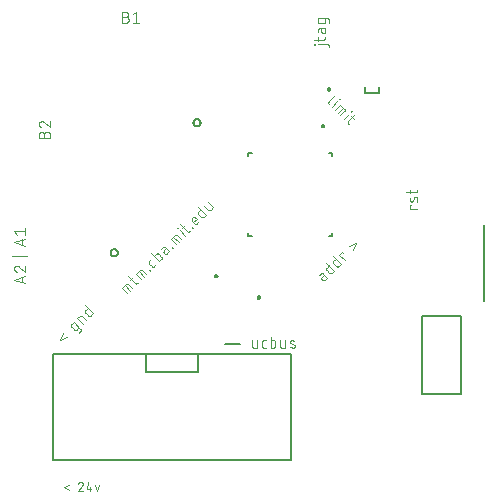
<source format=gbr>
G04 EAGLE Gerber RS-274X export*
G75*
%MOMM*%
%FSLAX34Y34*%
%LPD*%
%INSilkscreen Top*%
%IPPOS*%
%AMOC8*
5,1,8,0,0,1.08239X$1,22.5*%
G01*
%ADD10C,0.076200*%
%ADD11C,0.203200*%
%ADD12C,0.127000*%
%ADD13C,0.200000*%
%ADD14C,0.152400*%


D10*
X283341Y344304D02*
X277803Y338766D01*
X277804Y338766D02*
X277751Y338711D01*
X277700Y338652D01*
X277653Y338592D01*
X277609Y338529D01*
X277568Y338464D01*
X277530Y338397D01*
X277495Y338329D01*
X277464Y338258D01*
X277437Y338187D01*
X277412Y338114D01*
X277392Y338040D01*
X277375Y337965D01*
X277362Y337889D01*
X277353Y337813D01*
X277347Y337736D01*
X277345Y337659D01*
X277347Y337582D01*
X277353Y337506D01*
X277362Y337429D01*
X277375Y337354D01*
X277392Y337279D01*
X277412Y337204D01*
X277437Y337131D01*
X277464Y337060D01*
X277495Y336989D01*
X277530Y336921D01*
X277568Y336854D01*
X277609Y336789D01*
X277653Y336726D01*
X277700Y336666D01*
X277751Y336607D01*
X277804Y336552D01*
X280024Y334331D02*
X284454Y338761D01*
X286115Y340792D02*
X286484Y341161D01*
X286854Y340792D01*
X286484Y340422D01*
X286115Y340792D01*
X287411Y335804D02*
X282981Y331373D01*
X287411Y335804D02*
X290734Y332481D01*
X290733Y332480D02*
X290786Y332425D01*
X290837Y332366D01*
X290884Y332306D01*
X290928Y332243D01*
X290969Y332178D01*
X291007Y332111D01*
X291042Y332043D01*
X291073Y331972D01*
X291100Y331901D01*
X291125Y331828D01*
X291145Y331754D01*
X291162Y331679D01*
X291175Y331603D01*
X291184Y331527D01*
X291190Y331450D01*
X291192Y331373D01*
X291190Y331296D01*
X291184Y331220D01*
X291175Y331143D01*
X291162Y331068D01*
X291145Y330993D01*
X291125Y330918D01*
X291100Y330845D01*
X291073Y330774D01*
X291042Y330703D01*
X291007Y330635D01*
X290969Y330568D01*
X290928Y330503D01*
X290884Y330440D01*
X290837Y330380D01*
X290786Y330321D01*
X290733Y330266D01*
X290734Y330266D02*
X287411Y326943D01*
X285196Y329158D02*
X289626Y333588D01*
X294799Y328416D02*
X290369Y323986D01*
X296460Y330446D02*
X296830Y330816D01*
X297199Y330446D01*
X296830Y330077D01*
X296460Y330446D01*
X296874Y326341D02*
X299089Y324126D01*
X299827Y327818D02*
X294289Y322280D01*
X294290Y322279D02*
X294237Y322224D01*
X294186Y322165D01*
X294139Y322105D01*
X294095Y322042D01*
X294054Y321977D01*
X294016Y321910D01*
X293981Y321842D01*
X293950Y321771D01*
X293923Y321700D01*
X293898Y321627D01*
X293878Y321553D01*
X293861Y321478D01*
X293848Y321402D01*
X293839Y321326D01*
X293833Y321249D01*
X293831Y321172D01*
X293833Y321095D01*
X293839Y321019D01*
X293848Y320942D01*
X293861Y320867D01*
X293878Y320792D01*
X293898Y320717D01*
X293923Y320644D01*
X293950Y320573D01*
X293981Y320502D01*
X294016Y320434D01*
X294054Y320367D01*
X294095Y320302D01*
X294139Y320239D01*
X294186Y320179D01*
X294237Y320120D01*
X294290Y320065D01*
X294289Y320065D02*
X294659Y319696D01*
X20699Y184707D02*
X11301Y187840D01*
X20699Y190972D01*
X18350Y190189D02*
X18350Y185490D01*
X11301Y197245D02*
X11303Y197340D01*
X11309Y197434D01*
X11318Y197528D01*
X11331Y197622D01*
X11348Y197715D01*
X11369Y197807D01*
X11394Y197899D01*
X11422Y197989D01*
X11454Y198078D01*
X11489Y198166D01*
X11528Y198252D01*
X11570Y198337D01*
X11616Y198420D01*
X11665Y198501D01*
X11717Y198580D01*
X11772Y198657D01*
X11831Y198731D01*
X11892Y198803D01*
X11956Y198873D01*
X12023Y198940D01*
X12093Y199004D01*
X12165Y199065D01*
X12239Y199124D01*
X12316Y199179D01*
X12395Y199231D01*
X12476Y199280D01*
X12559Y199326D01*
X12644Y199368D01*
X12730Y199407D01*
X12818Y199442D01*
X12907Y199474D01*
X12997Y199502D01*
X13089Y199527D01*
X13181Y199548D01*
X13274Y199565D01*
X13368Y199578D01*
X13462Y199587D01*
X13556Y199593D01*
X13651Y199595D01*
X11301Y197245D02*
X11303Y197137D01*
X11309Y197028D01*
X11319Y196920D01*
X11332Y196813D01*
X11350Y196706D01*
X11371Y196599D01*
X11396Y196494D01*
X11425Y196389D01*
X11457Y196286D01*
X11494Y196184D01*
X11534Y196083D01*
X11577Y195984D01*
X11624Y195886D01*
X11675Y195790D01*
X11729Y195696D01*
X11786Y195604D01*
X11847Y195514D01*
X11911Y195426D01*
X11977Y195341D01*
X12047Y195258D01*
X12120Y195178D01*
X12196Y195100D01*
X12274Y195025D01*
X12355Y194953D01*
X12439Y194884D01*
X12525Y194818D01*
X12613Y194755D01*
X12704Y194696D01*
X12796Y194639D01*
X12891Y194586D01*
X12988Y194537D01*
X13086Y194491D01*
X13185Y194448D01*
X13287Y194409D01*
X13389Y194374D01*
X15479Y198812D02*
X15410Y198881D01*
X15339Y198947D01*
X15266Y199011D01*
X15190Y199072D01*
X15111Y199130D01*
X15031Y199184D01*
X14948Y199236D01*
X14864Y199284D01*
X14778Y199330D01*
X14690Y199371D01*
X14600Y199410D01*
X14509Y199445D01*
X14417Y199476D01*
X14324Y199504D01*
X14230Y199528D01*
X14135Y199548D01*
X14039Y199565D01*
X13942Y199578D01*
X13845Y199587D01*
X13748Y199593D01*
X13651Y199595D01*
X15478Y198811D02*
X20699Y194373D01*
X20699Y199594D01*
X22265Y208261D02*
X9735Y208261D01*
X11301Y219539D02*
X20699Y216406D01*
X20699Y222671D02*
X11301Y219539D01*
X18350Y221888D02*
X18350Y217189D01*
X13389Y226072D02*
X11301Y228683D01*
X20699Y228683D01*
X20699Y231293D02*
X20699Y226072D01*
X36478Y308036D02*
X36478Y310646D01*
X36477Y310646D02*
X36479Y310747D01*
X36485Y310848D01*
X36495Y310949D01*
X36508Y311049D01*
X36526Y311149D01*
X36547Y311248D01*
X36573Y311346D01*
X36602Y311443D01*
X36634Y311539D01*
X36671Y311633D01*
X36711Y311726D01*
X36755Y311818D01*
X36802Y311907D01*
X36853Y311995D01*
X36907Y312081D01*
X36964Y312164D01*
X37024Y312246D01*
X37088Y312324D01*
X37154Y312401D01*
X37224Y312474D01*
X37296Y312545D01*
X37371Y312613D01*
X37449Y312678D01*
X37529Y312740D01*
X37611Y312799D01*
X37696Y312855D01*
X37783Y312907D01*
X37871Y312956D01*
X37962Y313002D01*
X38054Y313043D01*
X38148Y313082D01*
X38243Y313116D01*
X38339Y313147D01*
X38437Y313174D01*
X38535Y313198D01*
X38635Y313217D01*
X38735Y313233D01*
X38835Y313245D01*
X38936Y313253D01*
X39037Y313257D01*
X39139Y313257D01*
X39240Y313253D01*
X39341Y313245D01*
X39441Y313233D01*
X39541Y313217D01*
X39641Y313198D01*
X39739Y313174D01*
X39837Y313147D01*
X39933Y313116D01*
X40028Y313082D01*
X40122Y313043D01*
X40214Y313002D01*
X40305Y312956D01*
X40394Y312907D01*
X40480Y312855D01*
X40565Y312799D01*
X40647Y312740D01*
X40727Y312678D01*
X40805Y312613D01*
X40880Y312545D01*
X40952Y312474D01*
X41022Y312401D01*
X41088Y312324D01*
X41152Y312246D01*
X41212Y312164D01*
X41269Y312081D01*
X41323Y311995D01*
X41374Y311907D01*
X41421Y311818D01*
X41465Y311726D01*
X41505Y311633D01*
X41542Y311539D01*
X41574Y311443D01*
X41603Y311346D01*
X41629Y311248D01*
X41650Y311149D01*
X41668Y311049D01*
X41681Y310949D01*
X41691Y310848D01*
X41697Y310747D01*
X41699Y310646D01*
X41699Y308036D01*
X32301Y308036D01*
X32301Y310646D01*
X32303Y310736D01*
X32309Y310825D01*
X32318Y310915D01*
X32332Y311004D01*
X32349Y311092D01*
X32370Y311179D01*
X32395Y311266D01*
X32424Y311351D01*
X32456Y311435D01*
X32491Y311517D01*
X32531Y311598D01*
X32573Y311677D01*
X32619Y311754D01*
X32669Y311829D01*
X32721Y311902D01*
X32777Y311973D01*
X32835Y312041D01*
X32897Y312106D01*
X32961Y312169D01*
X33028Y312229D01*
X33097Y312286D01*
X33169Y312340D01*
X33243Y312391D01*
X33319Y312439D01*
X33397Y312483D01*
X33477Y312524D01*
X33559Y312562D01*
X33642Y312596D01*
X33727Y312626D01*
X33813Y312653D01*
X33899Y312676D01*
X33987Y312695D01*
X34076Y312710D01*
X34165Y312722D01*
X34254Y312730D01*
X34344Y312734D01*
X34434Y312734D01*
X34524Y312730D01*
X34613Y312722D01*
X34702Y312710D01*
X34791Y312695D01*
X34879Y312676D01*
X34965Y312653D01*
X35051Y312626D01*
X35136Y312596D01*
X35219Y312562D01*
X35301Y312524D01*
X35381Y312483D01*
X35459Y312439D01*
X35535Y312391D01*
X35609Y312340D01*
X35681Y312286D01*
X35750Y312229D01*
X35817Y312169D01*
X35881Y312106D01*
X35943Y312041D01*
X36001Y311973D01*
X36057Y311902D01*
X36109Y311829D01*
X36159Y311754D01*
X36205Y311677D01*
X36247Y311598D01*
X36287Y311517D01*
X36322Y311435D01*
X36354Y311351D01*
X36383Y311266D01*
X36408Y311179D01*
X36429Y311092D01*
X36446Y311004D01*
X36460Y310915D01*
X36469Y310825D01*
X36475Y310736D01*
X36477Y310646D01*
X32301Y319615D02*
X32303Y319710D01*
X32309Y319804D01*
X32318Y319898D01*
X32331Y319992D01*
X32348Y320085D01*
X32369Y320177D01*
X32394Y320269D01*
X32422Y320359D01*
X32454Y320448D01*
X32489Y320536D01*
X32528Y320622D01*
X32570Y320707D01*
X32616Y320790D01*
X32665Y320871D01*
X32717Y320950D01*
X32772Y321027D01*
X32831Y321101D01*
X32892Y321173D01*
X32956Y321243D01*
X33023Y321310D01*
X33093Y321374D01*
X33165Y321435D01*
X33239Y321494D01*
X33316Y321549D01*
X33395Y321601D01*
X33476Y321650D01*
X33559Y321696D01*
X33644Y321738D01*
X33730Y321777D01*
X33818Y321812D01*
X33907Y321844D01*
X33997Y321872D01*
X34089Y321897D01*
X34181Y321918D01*
X34274Y321935D01*
X34368Y321948D01*
X34462Y321957D01*
X34556Y321963D01*
X34651Y321965D01*
X32301Y319615D02*
X32303Y319507D01*
X32309Y319398D01*
X32319Y319290D01*
X32332Y319183D01*
X32350Y319076D01*
X32371Y318969D01*
X32396Y318864D01*
X32425Y318759D01*
X32457Y318656D01*
X32494Y318554D01*
X32534Y318453D01*
X32577Y318354D01*
X32624Y318256D01*
X32675Y318160D01*
X32729Y318066D01*
X32786Y317974D01*
X32847Y317884D01*
X32911Y317796D01*
X32977Y317711D01*
X33047Y317628D01*
X33120Y317548D01*
X33196Y317470D01*
X33274Y317395D01*
X33355Y317323D01*
X33439Y317254D01*
X33525Y317188D01*
X33613Y317125D01*
X33704Y317066D01*
X33796Y317009D01*
X33891Y316956D01*
X33988Y316907D01*
X34086Y316861D01*
X34185Y316818D01*
X34287Y316779D01*
X34389Y316744D01*
X36479Y321182D02*
X36410Y321251D01*
X36339Y321317D01*
X36266Y321381D01*
X36190Y321442D01*
X36111Y321500D01*
X36031Y321554D01*
X35948Y321606D01*
X35864Y321654D01*
X35778Y321700D01*
X35690Y321741D01*
X35600Y321780D01*
X35509Y321815D01*
X35417Y321846D01*
X35324Y321874D01*
X35230Y321898D01*
X35135Y321918D01*
X35039Y321935D01*
X34942Y321948D01*
X34845Y321957D01*
X34748Y321963D01*
X34651Y321965D01*
X36478Y321181D02*
X41699Y316743D01*
X41699Y321965D01*
X103035Y410522D02*
X105646Y410522D01*
X105646Y410523D02*
X105747Y410521D01*
X105848Y410515D01*
X105949Y410505D01*
X106049Y410492D01*
X106149Y410474D01*
X106248Y410453D01*
X106346Y410427D01*
X106443Y410398D01*
X106539Y410366D01*
X106633Y410329D01*
X106726Y410289D01*
X106818Y410245D01*
X106907Y410198D01*
X106995Y410147D01*
X107081Y410093D01*
X107164Y410036D01*
X107246Y409976D01*
X107324Y409912D01*
X107401Y409846D01*
X107474Y409776D01*
X107545Y409704D01*
X107613Y409629D01*
X107678Y409551D01*
X107740Y409471D01*
X107799Y409389D01*
X107855Y409304D01*
X107907Y409217D01*
X107956Y409129D01*
X108002Y409038D01*
X108043Y408946D01*
X108082Y408852D01*
X108116Y408757D01*
X108147Y408661D01*
X108174Y408563D01*
X108198Y408465D01*
X108217Y408365D01*
X108233Y408265D01*
X108245Y408165D01*
X108253Y408064D01*
X108257Y407963D01*
X108257Y407861D01*
X108253Y407760D01*
X108245Y407659D01*
X108233Y407559D01*
X108217Y407459D01*
X108198Y407359D01*
X108174Y407261D01*
X108147Y407163D01*
X108116Y407067D01*
X108082Y406972D01*
X108043Y406878D01*
X108002Y406786D01*
X107956Y406695D01*
X107907Y406607D01*
X107855Y406520D01*
X107799Y406435D01*
X107740Y406353D01*
X107678Y406273D01*
X107613Y406195D01*
X107545Y406120D01*
X107474Y406048D01*
X107401Y405978D01*
X107324Y405912D01*
X107246Y405848D01*
X107164Y405788D01*
X107081Y405731D01*
X106995Y405677D01*
X106907Y405626D01*
X106818Y405579D01*
X106726Y405535D01*
X106633Y405495D01*
X106539Y405458D01*
X106443Y405426D01*
X106346Y405397D01*
X106248Y405371D01*
X106149Y405350D01*
X106049Y405332D01*
X105949Y405319D01*
X105848Y405309D01*
X105747Y405303D01*
X105646Y405301D01*
X103035Y405301D01*
X103035Y414699D01*
X105646Y414699D01*
X105736Y414697D01*
X105825Y414691D01*
X105915Y414682D01*
X106004Y414668D01*
X106092Y414651D01*
X106179Y414630D01*
X106266Y414605D01*
X106351Y414576D01*
X106435Y414544D01*
X106517Y414509D01*
X106598Y414469D01*
X106677Y414427D01*
X106754Y414381D01*
X106829Y414331D01*
X106902Y414279D01*
X106973Y414223D01*
X107041Y414165D01*
X107106Y414103D01*
X107169Y414039D01*
X107229Y413972D01*
X107286Y413903D01*
X107340Y413831D01*
X107391Y413757D01*
X107439Y413681D01*
X107483Y413603D01*
X107524Y413523D01*
X107562Y413441D01*
X107596Y413358D01*
X107626Y413273D01*
X107653Y413187D01*
X107676Y413101D01*
X107695Y413013D01*
X107710Y412924D01*
X107722Y412835D01*
X107730Y412746D01*
X107734Y412656D01*
X107734Y412566D01*
X107730Y412476D01*
X107722Y412387D01*
X107710Y412298D01*
X107695Y412209D01*
X107676Y412121D01*
X107653Y412035D01*
X107626Y411949D01*
X107596Y411864D01*
X107562Y411781D01*
X107524Y411699D01*
X107483Y411619D01*
X107439Y411541D01*
X107391Y411465D01*
X107340Y411391D01*
X107286Y411319D01*
X107229Y411250D01*
X107169Y411183D01*
X107106Y411119D01*
X107041Y411057D01*
X106973Y410999D01*
X106902Y410943D01*
X106829Y410891D01*
X106754Y410841D01*
X106677Y410795D01*
X106598Y410753D01*
X106517Y410713D01*
X106435Y410678D01*
X106351Y410646D01*
X106266Y410617D01*
X106179Y410592D01*
X106092Y410571D01*
X106004Y410554D01*
X105915Y410540D01*
X105825Y410531D01*
X105736Y410525D01*
X105646Y410523D01*
X111743Y412611D02*
X114354Y414699D01*
X114354Y405301D01*
X111743Y405301D02*
X116965Y405301D01*
X268434Y387040D02*
X276265Y387040D01*
X276342Y387038D01*
X276418Y387032D01*
X276495Y387023D01*
X276571Y387010D01*
X276646Y386993D01*
X276720Y386973D01*
X276793Y386948D01*
X276864Y386921D01*
X276935Y386890D01*
X277003Y386855D01*
X277070Y386817D01*
X277135Y386776D01*
X277198Y386732D01*
X277258Y386685D01*
X277317Y386634D01*
X277372Y386581D01*
X277425Y386526D01*
X277476Y386467D01*
X277523Y386407D01*
X277567Y386344D01*
X277608Y386279D01*
X277646Y386212D01*
X277681Y386144D01*
X277712Y386073D01*
X277739Y386002D01*
X277764Y385929D01*
X277784Y385855D01*
X277801Y385780D01*
X277814Y385704D01*
X277823Y385627D01*
X277829Y385551D01*
X277831Y385474D01*
X277832Y385474D02*
X277832Y384952D01*
X265823Y386779D02*
X265301Y386779D01*
X265301Y387301D01*
X265823Y387301D01*
X265823Y386779D01*
X268434Y390128D02*
X268434Y393260D01*
X265301Y391172D02*
X273133Y391172D01*
X273210Y391174D01*
X273286Y391180D01*
X273363Y391189D01*
X273439Y391202D01*
X273514Y391219D01*
X273588Y391239D01*
X273661Y391264D01*
X273732Y391291D01*
X273803Y391322D01*
X273871Y391357D01*
X273938Y391395D01*
X274003Y391436D01*
X274066Y391480D01*
X274126Y391527D01*
X274185Y391578D01*
X274240Y391631D01*
X274293Y391686D01*
X274344Y391745D01*
X274391Y391805D01*
X274435Y391868D01*
X274476Y391933D01*
X274514Y392000D01*
X274549Y392068D01*
X274580Y392139D01*
X274607Y392210D01*
X274632Y392283D01*
X274652Y392357D01*
X274669Y392432D01*
X274682Y392508D01*
X274691Y392585D01*
X274697Y392661D01*
X274699Y392738D01*
X274699Y393260D01*
X271044Y398469D02*
X271044Y400819D01*
X271045Y398469D02*
X271047Y398385D01*
X271053Y398300D01*
X271063Y398217D01*
X271076Y398133D01*
X271094Y398051D01*
X271115Y397969D01*
X271140Y397888D01*
X271168Y397809D01*
X271201Y397731D01*
X271237Y397655D01*
X271276Y397580D01*
X271319Y397507D01*
X271365Y397436D01*
X271414Y397368D01*
X271466Y397302D01*
X271522Y397238D01*
X271580Y397177D01*
X271641Y397119D01*
X271705Y397063D01*
X271771Y397011D01*
X271839Y396962D01*
X271910Y396916D01*
X271983Y396873D01*
X272058Y396834D01*
X272134Y396798D01*
X272212Y396765D01*
X272291Y396737D01*
X272372Y396712D01*
X272454Y396691D01*
X272536Y396673D01*
X272620Y396660D01*
X272703Y396650D01*
X272788Y396644D01*
X272872Y396642D01*
X272956Y396644D01*
X273041Y396650D01*
X273124Y396660D01*
X273208Y396673D01*
X273290Y396691D01*
X273372Y396712D01*
X273453Y396737D01*
X273532Y396765D01*
X273610Y396798D01*
X273686Y396834D01*
X273761Y396873D01*
X273834Y396916D01*
X273905Y396962D01*
X273973Y397011D01*
X274039Y397063D01*
X274103Y397119D01*
X274164Y397177D01*
X274222Y397238D01*
X274278Y397302D01*
X274330Y397368D01*
X274379Y397436D01*
X274425Y397507D01*
X274468Y397580D01*
X274507Y397655D01*
X274543Y397731D01*
X274576Y397809D01*
X274604Y397888D01*
X274629Y397969D01*
X274650Y398051D01*
X274668Y398133D01*
X274681Y398217D01*
X274691Y398300D01*
X274697Y398385D01*
X274699Y398469D01*
X274699Y400819D01*
X270000Y400819D01*
X270000Y400818D02*
X269923Y400816D01*
X269847Y400810D01*
X269770Y400801D01*
X269694Y400788D01*
X269619Y400771D01*
X269545Y400751D01*
X269472Y400726D01*
X269401Y400699D01*
X269330Y400668D01*
X269262Y400633D01*
X269195Y400595D01*
X269130Y400554D01*
X269067Y400510D01*
X269007Y400463D01*
X268948Y400412D01*
X268893Y400359D01*
X268840Y400304D01*
X268789Y400245D01*
X268742Y400185D01*
X268698Y400122D01*
X268657Y400057D01*
X268619Y399990D01*
X268584Y399922D01*
X268553Y399851D01*
X268526Y399780D01*
X268501Y399707D01*
X268481Y399633D01*
X268464Y399558D01*
X268451Y399482D01*
X268442Y399405D01*
X268436Y399329D01*
X268434Y399252D01*
X268434Y397164D01*
X274699Y406438D02*
X274699Y409048D01*
X274699Y406438D02*
X274697Y406361D01*
X274691Y406285D01*
X274682Y406208D01*
X274669Y406132D01*
X274652Y406057D01*
X274632Y405983D01*
X274607Y405910D01*
X274580Y405839D01*
X274549Y405768D01*
X274514Y405700D01*
X274476Y405633D01*
X274435Y405568D01*
X274391Y405505D01*
X274344Y405445D01*
X274293Y405386D01*
X274240Y405331D01*
X274185Y405278D01*
X274126Y405227D01*
X274066Y405180D01*
X274003Y405136D01*
X273938Y405095D01*
X273871Y405057D01*
X273803Y405022D01*
X273732Y404991D01*
X273661Y404964D01*
X273588Y404939D01*
X273514Y404919D01*
X273439Y404902D01*
X273363Y404889D01*
X273286Y404880D01*
X273210Y404874D01*
X273133Y404872D01*
X273133Y404871D02*
X270000Y404871D01*
X270000Y404872D02*
X269923Y404874D01*
X269847Y404880D01*
X269770Y404889D01*
X269694Y404902D01*
X269619Y404919D01*
X269545Y404939D01*
X269472Y404964D01*
X269401Y404991D01*
X269330Y405022D01*
X269262Y405057D01*
X269195Y405095D01*
X269130Y405136D01*
X269067Y405180D01*
X269007Y405227D01*
X268948Y405278D01*
X268893Y405331D01*
X268840Y405386D01*
X268789Y405445D01*
X268742Y405505D01*
X268698Y405568D01*
X268657Y405633D01*
X268619Y405700D01*
X268584Y405768D01*
X268553Y405839D01*
X268526Y405910D01*
X268501Y405983D01*
X268481Y406057D01*
X268464Y406132D01*
X268451Y406208D01*
X268442Y406285D01*
X268436Y406361D01*
X268434Y406438D01*
X268434Y409048D01*
X276265Y409048D01*
X276342Y409046D01*
X276418Y409040D01*
X276495Y409031D01*
X276571Y409018D01*
X276646Y409001D01*
X276720Y408981D01*
X276793Y408956D01*
X276864Y408929D01*
X276935Y408898D01*
X277003Y408863D01*
X277070Y408825D01*
X277135Y408784D01*
X277198Y408740D01*
X277258Y408693D01*
X277317Y408642D01*
X277372Y408589D01*
X277425Y408534D01*
X277476Y408475D01*
X277523Y408415D01*
X277567Y408352D01*
X277608Y408287D01*
X277646Y408220D01*
X277681Y408152D01*
X277712Y408081D01*
X277739Y408010D01*
X277764Y407937D01*
X277784Y407863D01*
X277801Y407788D01*
X277814Y407712D01*
X277823Y407635D01*
X277829Y407559D01*
X277831Y407482D01*
X277832Y407482D02*
X277832Y405393D01*
X212779Y136566D02*
X212779Y131867D01*
X212781Y131790D01*
X212787Y131714D01*
X212796Y131637D01*
X212809Y131561D01*
X212826Y131486D01*
X212846Y131412D01*
X212871Y131339D01*
X212898Y131268D01*
X212929Y131197D01*
X212964Y131129D01*
X213002Y131062D01*
X213043Y130997D01*
X213087Y130934D01*
X213134Y130874D01*
X213185Y130815D01*
X213238Y130760D01*
X213293Y130707D01*
X213352Y130656D01*
X213412Y130609D01*
X213475Y130565D01*
X213540Y130524D01*
X213607Y130486D01*
X213675Y130451D01*
X213746Y130420D01*
X213817Y130393D01*
X213890Y130368D01*
X213964Y130348D01*
X214039Y130331D01*
X214115Y130318D01*
X214192Y130309D01*
X214268Y130303D01*
X214345Y130301D01*
X216956Y130301D01*
X216956Y136566D01*
X222585Y130301D02*
X224674Y130301D01*
X222585Y130301D02*
X222508Y130303D01*
X222432Y130309D01*
X222355Y130318D01*
X222279Y130331D01*
X222204Y130348D01*
X222130Y130368D01*
X222057Y130393D01*
X221986Y130420D01*
X221915Y130451D01*
X221847Y130486D01*
X221780Y130524D01*
X221715Y130565D01*
X221652Y130609D01*
X221592Y130656D01*
X221533Y130707D01*
X221478Y130760D01*
X221425Y130815D01*
X221374Y130874D01*
X221327Y130934D01*
X221283Y130997D01*
X221242Y131062D01*
X221204Y131129D01*
X221169Y131197D01*
X221138Y131268D01*
X221111Y131339D01*
X221086Y131412D01*
X221066Y131486D01*
X221049Y131561D01*
X221036Y131637D01*
X221027Y131714D01*
X221021Y131790D01*
X221019Y131867D01*
X221019Y135000D01*
X221021Y135077D01*
X221027Y135153D01*
X221036Y135230D01*
X221049Y135306D01*
X221066Y135381D01*
X221086Y135455D01*
X221111Y135528D01*
X221138Y135599D01*
X221169Y135670D01*
X221204Y135738D01*
X221242Y135805D01*
X221283Y135870D01*
X221327Y135933D01*
X221374Y135993D01*
X221425Y136052D01*
X221478Y136107D01*
X221533Y136160D01*
X221592Y136211D01*
X221652Y136258D01*
X221715Y136302D01*
X221780Y136343D01*
X221847Y136381D01*
X221915Y136416D01*
X221986Y136447D01*
X222057Y136474D01*
X222130Y136499D01*
X222204Y136519D01*
X222279Y136536D01*
X222355Y136549D01*
X222432Y136558D01*
X222508Y136564D01*
X222585Y136566D01*
X224674Y136566D01*
X228370Y139699D02*
X228370Y130301D01*
X230980Y130301D01*
X231057Y130303D01*
X231133Y130309D01*
X231210Y130318D01*
X231286Y130331D01*
X231361Y130348D01*
X231435Y130368D01*
X231508Y130393D01*
X231579Y130420D01*
X231650Y130451D01*
X231718Y130486D01*
X231785Y130524D01*
X231850Y130565D01*
X231913Y130609D01*
X231973Y130656D01*
X232032Y130707D01*
X232087Y130760D01*
X232140Y130815D01*
X232191Y130874D01*
X232238Y130934D01*
X232282Y130997D01*
X232323Y131062D01*
X232361Y131129D01*
X232396Y131197D01*
X232427Y131268D01*
X232454Y131339D01*
X232479Y131412D01*
X232499Y131486D01*
X232516Y131561D01*
X232529Y131637D01*
X232538Y131713D01*
X232544Y131790D01*
X232546Y131867D01*
X232546Y135000D01*
X232544Y135077D01*
X232538Y135153D01*
X232529Y135230D01*
X232516Y135306D01*
X232499Y135381D01*
X232479Y135455D01*
X232454Y135528D01*
X232427Y135599D01*
X232396Y135670D01*
X232361Y135738D01*
X232323Y135805D01*
X232282Y135870D01*
X232238Y135933D01*
X232191Y135993D01*
X232140Y136052D01*
X232087Y136107D01*
X232032Y136160D01*
X231973Y136211D01*
X231913Y136258D01*
X231850Y136302D01*
X231785Y136343D01*
X231718Y136381D01*
X231650Y136416D01*
X231579Y136447D01*
X231508Y136474D01*
X231435Y136499D01*
X231361Y136519D01*
X231286Y136536D01*
X231210Y136549D01*
X231133Y136558D01*
X231057Y136564D01*
X230980Y136566D01*
X228370Y136566D01*
X236553Y136566D02*
X236553Y131867D01*
X236554Y131867D02*
X236556Y131790D01*
X236562Y131714D01*
X236571Y131637D01*
X236584Y131561D01*
X236601Y131486D01*
X236621Y131412D01*
X236646Y131339D01*
X236673Y131268D01*
X236704Y131197D01*
X236739Y131129D01*
X236777Y131062D01*
X236818Y130997D01*
X236862Y130934D01*
X236909Y130874D01*
X236960Y130815D01*
X237013Y130760D01*
X237068Y130707D01*
X237127Y130656D01*
X237187Y130609D01*
X237250Y130565D01*
X237315Y130524D01*
X237382Y130486D01*
X237450Y130451D01*
X237521Y130420D01*
X237592Y130393D01*
X237665Y130368D01*
X237739Y130348D01*
X237814Y130331D01*
X237890Y130318D01*
X237967Y130309D01*
X238043Y130303D01*
X238120Y130301D01*
X240730Y130301D01*
X240730Y136566D01*
X245566Y133956D02*
X248177Y132912D01*
X245566Y133956D02*
X245500Y133984D01*
X245435Y134017D01*
X245372Y134052D01*
X245311Y134091D01*
X245252Y134133D01*
X245196Y134178D01*
X245142Y134226D01*
X245091Y134277D01*
X245042Y134330D01*
X244997Y134387D01*
X244954Y134445D01*
X244915Y134505D01*
X244878Y134568D01*
X244846Y134633D01*
X244817Y134699D01*
X244791Y134766D01*
X244769Y134835D01*
X244751Y134905D01*
X244736Y134976D01*
X244725Y135047D01*
X244718Y135119D01*
X244715Y135191D01*
X244716Y135263D01*
X244721Y135336D01*
X244729Y135407D01*
X244741Y135479D01*
X244757Y135549D01*
X244777Y135618D01*
X244801Y135687D01*
X244828Y135754D01*
X244858Y135819D01*
X244892Y135883D01*
X244930Y135945D01*
X244970Y136005D01*
X245014Y136062D01*
X245061Y136117D01*
X245111Y136170D01*
X245163Y136219D01*
X245218Y136266D01*
X245275Y136310D01*
X245335Y136351D01*
X245397Y136388D01*
X245461Y136423D01*
X245526Y136453D01*
X245593Y136481D01*
X245661Y136504D01*
X245731Y136524D01*
X245801Y136540D01*
X245872Y136553D01*
X245944Y136561D01*
X246016Y136566D01*
X246088Y136567D01*
X246089Y136566D02*
X246240Y136562D01*
X246391Y136554D01*
X246542Y136543D01*
X246693Y136527D01*
X246843Y136507D01*
X246993Y136484D01*
X247142Y136457D01*
X247290Y136426D01*
X247438Y136391D01*
X247584Y136353D01*
X247730Y136310D01*
X247874Y136264D01*
X248017Y136215D01*
X248159Y136162D01*
X248299Y136105D01*
X248438Y136044D01*
X248177Y132912D02*
X248243Y132884D01*
X248308Y132851D01*
X248371Y132816D01*
X248432Y132777D01*
X248491Y132735D01*
X248547Y132690D01*
X248601Y132642D01*
X248652Y132591D01*
X248701Y132538D01*
X248746Y132481D01*
X248789Y132423D01*
X248828Y132363D01*
X248865Y132300D01*
X248897Y132235D01*
X248926Y132169D01*
X248952Y132102D01*
X248974Y132033D01*
X248992Y131963D01*
X249007Y131892D01*
X249018Y131821D01*
X249025Y131749D01*
X249028Y131677D01*
X249027Y131605D01*
X249022Y131532D01*
X249014Y131461D01*
X249002Y131389D01*
X248986Y131319D01*
X248966Y131250D01*
X248942Y131181D01*
X248915Y131114D01*
X248885Y131049D01*
X248851Y130985D01*
X248813Y130923D01*
X248773Y130863D01*
X248729Y130806D01*
X248682Y130751D01*
X248632Y130698D01*
X248580Y130649D01*
X248525Y130602D01*
X248468Y130558D01*
X248408Y130517D01*
X248346Y130480D01*
X248282Y130445D01*
X248217Y130415D01*
X248150Y130387D01*
X248082Y130364D01*
X248012Y130344D01*
X247942Y130328D01*
X247871Y130315D01*
X247799Y130307D01*
X247727Y130302D01*
X247655Y130301D01*
X247445Y130306D01*
X247236Y130317D01*
X247027Y130332D01*
X246819Y130352D01*
X246611Y130378D01*
X246404Y130408D01*
X246197Y130443D01*
X245992Y130483D01*
X245787Y130527D01*
X245584Y130577D01*
X245381Y130631D01*
X245180Y130691D01*
X244981Y130754D01*
X244783Y130823D01*
X272021Y190545D02*
X273683Y192206D01*
X272022Y190545D02*
X271964Y190484D01*
X271908Y190420D01*
X271856Y190354D01*
X271807Y190286D01*
X271761Y190215D01*
X271718Y190142D01*
X271679Y190067D01*
X271643Y189991D01*
X271610Y189913D01*
X271582Y189834D01*
X271557Y189753D01*
X271536Y189671D01*
X271518Y189589D01*
X271505Y189505D01*
X271495Y189422D01*
X271489Y189337D01*
X271487Y189253D01*
X271489Y189169D01*
X271495Y189084D01*
X271505Y189001D01*
X271518Y188917D01*
X271536Y188835D01*
X271557Y188753D01*
X271582Y188672D01*
X271610Y188593D01*
X271643Y188515D01*
X271679Y188439D01*
X271718Y188364D01*
X271761Y188291D01*
X271807Y188221D01*
X271856Y188152D01*
X271908Y188086D01*
X271964Y188022D01*
X272022Y187961D01*
X272083Y187903D01*
X272147Y187847D01*
X272213Y187795D01*
X272281Y187746D01*
X272352Y187700D01*
X272425Y187657D01*
X272500Y187618D01*
X272576Y187582D01*
X272654Y187549D01*
X272733Y187521D01*
X272814Y187496D01*
X272896Y187475D01*
X272978Y187457D01*
X273062Y187444D01*
X273145Y187434D01*
X273230Y187428D01*
X273314Y187426D01*
X273398Y187428D01*
X273483Y187434D01*
X273566Y187444D01*
X273650Y187457D01*
X273732Y187475D01*
X273814Y187496D01*
X273895Y187521D01*
X273974Y187549D01*
X274052Y187582D01*
X274128Y187618D01*
X274203Y187657D01*
X274276Y187700D01*
X274346Y187746D01*
X274415Y187795D01*
X274481Y187847D01*
X274545Y187903D01*
X274606Y187961D01*
X274606Y187960D02*
X276267Y189622D01*
X272944Y192944D01*
X272889Y192997D01*
X272830Y193048D01*
X272770Y193095D01*
X272707Y193139D01*
X272642Y193180D01*
X272575Y193218D01*
X272507Y193253D01*
X272436Y193284D01*
X272365Y193311D01*
X272292Y193336D01*
X272218Y193356D01*
X272143Y193373D01*
X272067Y193386D01*
X271990Y193395D01*
X271914Y193401D01*
X271837Y193403D01*
X271760Y193401D01*
X271683Y193395D01*
X271607Y193386D01*
X271531Y193373D01*
X271456Y193356D01*
X271382Y193336D01*
X271309Y193311D01*
X271238Y193284D01*
X271167Y193253D01*
X271099Y193218D01*
X271032Y193180D01*
X270967Y193139D01*
X270904Y193095D01*
X270844Y193048D01*
X270785Y192997D01*
X270730Y192944D01*
X270729Y192944D02*
X269252Y191468D01*
X275441Y202086D02*
X282086Y195441D01*
X280240Y193595D01*
X280185Y193542D01*
X280126Y193491D01*
X280066Y193444D01*
X280003Y193400D01*
X279938Y193359D01*
X279871Y193321D01*
X279803Y193286D01*
X279732Y193255D01*
X279661Y193228D01*
X279588Y193203D01*
X279514Y193183D01*
X279439Y193166D01*
X279363Y193153D01*
X279287Y193144D01*
X279210Y193138D01*
X279133Y193136D01*
X279056Y193138D01*
X278980Y193144D01*
X278903Y193153D01*
X278828Y193166D01*
X278753Y193183D01*
X278678Y193203D01*
X278605Y193228D01*
X278534Y193255D01*
X278463Y193286D01*
X278395Y193321D01*
X278328Y193359D01*
X278263Y193400D01*
X278200Y193444D01*
X278140Y193491D01*
X278081Y193542D01*
X278026Y193595D01*
X278025Y193595D02*
X275810Y195810D01*
X275811Y195811D02*
X275758Y195866D01*
X275707Y195925D01*
X275660Y195985D01*
X275616Y196048D01*
X275575Y196113D01*
X275537Y196180D01*
X275502Y196248D01*
X275471Y196319D01*
X275444Y196390D01*
X275419Y196463D01*
X275399Y196538D01*
X275382Y196612D01*
X275369Y196688D01*
X275360Y196765D01*
X275354Y196841D01*
X275352Y196918D01*
X275354Y196995D01*
X275360Y197072D01*
X275369Y197148D01*
X275382Y197224D01*
X275399Y197299D01*
X275419Y197373D01*
X275444Y197446D01*
X275471Y197517D01*
X275502Y197588D01*
X275537Y197656D01*
X275575Y197723D01*
X275616Y197788D01*
X275660Y197851D01*
X275707Y197911D01*
X275758Y197970D01*
X275811Y198025D01*
X275810Y198025D02*
X277656Y199871D01*
X281260Y207905D02*
X287905Y201260D01*
X286059Y199414D01*
X286059Y199415D02*
X286004Y199362D01*
X285945Y199311D01*
X285885Y199264D01*
X285822Y199220D01*
X285757Y199179D01*
X285690Y199141D01*
X285622Y199106D01*
X285551Y199075D01*
X285480Y199048D01*
X285407Y199023D01*
X285333Y199003D01*
X285258Y198986D01*
X285182Y198973D01*
X285106Y198964D01*
X285029Y198958D01*
X284952Y198956D01*
X284875Y198958D01*
X284799Y198964D01*
X284722Y198973D01*
X284647Y198986D01*
X284572Y199003D01*
X284497Y199023D01*
X284424Y199048D01*
X284353Y199075D01*
X284282Y199106D01*
X284214Y199141D01*
X284147Y199179D01*
X284082Y199220D01*
X284019Y199264D01*
X283959Y199311D01*
X283900Y199362D01*
X283845Y199415D01*
X283844Y199414D02*
X281629Y201629D01*
X281630Y201630D02*
X281577Y201685D01*
X281526Y201744D01*
X281479Y201804D01*
X281435Y201867D01*
X281394Y201932D01*
X281356Y201999D01*
X281321Y202067D01*
X281290Y202138D01*
X281263Y202209D01*
X281238Y202282D01*
X281218Y202357D01*
X281201Y202431D01*
X281188Y202507D01*
X281179Y202584D01*
X281173Y202660D01*
X281171Y202737D01*
X281173Y202814D01*
X281179Y202891D01*
X281188Y202967D01*
X281201Y203043D01*
X281218Y203118D01*
X281238Y203192D01*
X281263Y203265D01*
X281290Y203336D01*
X281321Y203407D01*
X281356Y203475D01*
X281394Y203542D01*
X281435Y203607D01*
X281479Y203670D01*
X281526Y203730D01*
X281577Y203789D01*
X281630Y203844D01*
X281629Y203844D02*
X283475Y205690D01*
X286625Y208840D02*
X291055Y204410D01*
X286625Y208840D02*
X288840Y211055D01*
X289578Y210317D01*
X294471Y216686D02*
X300747Y219271D01*
X298163Y212994D01*
X106993Y176347D02*
X102562Y180778D01*
X105885Y184100D01*
X105886Y184100D02*
X105941Y184153D01*
X106000Y184204D01*
X106060Y184251D01*
X106123Y184295D01*
X106188Y184336D01*
X106255Y184374D01*
X106323Y184409D01*
X106394Y184440D01*
X106465Y184467D01*
X106538Y184492D01*
X106613Y184512D01*
X106687Y184529D01*
X106763Y184542D01*
X106840Y184551D01*
X106916Y184557D01*
X106993Y184559D01*
X107070Y184557D01*
X107147Y184551D01*
X107223Y184542D01*
X107299Y184529D01*
X107374Y184512D01*
X107448Y184492D01*
X107521Y184467D01*
X107592Y184440D01*
X107663Y184409D01*
X107731Y184374D01*
X107798Y184336D01*
X107863Y184295D01*
X107926Y184251D01*
X107986Y184204D01*
X108045Y184153D01*
X108100Y184100D01*
X111423Y180778D01*
X109208Y178562D02*
X104778Y182993D01*
X109439Y187654D02*
X111654Y189869D01*
X107962Y190607D02*
X113500Y185069D01*
X113500Y185070D02*
X113555Y185017D01*
X113614Y184966D01*
X113674Y184919D01*
X113737Y184875D01*
X113802Y184834D01*
X113869Y184796D01*
X113937Y184761D01*
X114008Y184730D01*
X114079Y184703D01*
X114152Y184678D01*
X114227Y184658D01*
X114301Y184641D01*
X114377Y184628D01*
X114454Y184619D01*
X114530Y184613D01*
X114607Y184611D01*
X114684Y184613D01*
X114761Y184619D01*
X114837Y184628D01*
X114913Y184641D01*
X114988Y184658D01*
X115062Y184678D01*
X115135Y184703D01*
X115206Y184730D01*
X115277Y184761D01*
X115345Y184796D01*
X115412Y184834D01*
X115477Y184875D01*
X115540Y184919D01*
X115600Y184966D01*
X115659Y185017D01*
X115714Y185070D01*
X115715Y185069D02*
X116084Y185439D01*
X118847Y188201D02*
X114416Y192631D01*
X117739Y195954D01*
X117794Y196007D01*
X117853Y196058D01*
X117913Y196105D01*
X117976Y196149D01*
X118041Y196190D01*
X118108Y196228D01*
X118176Y196263D01*
X118247Y196294D01*
X118318Y196321D01*
X118391Y196346D01*
X118466Y196366D01*
X118540Y196383D01*
X118616Y196396D01*
X118693Y196405D01*
X118769Y196411D01*
X118846Y196413D01*
X118923Y196411D01*
X119000Y196405D01*
X119076Y196396D01*
X119152Y196383D01*
X119227Y196366D01*
X119301Y196346D01*
X119374Y196321D01*
X119445Y196294D01*
X119516Y196263D01*
X119584Y196228D01*
X119651Y196190D01*
X119716Y196149D01*
X119779Y196105D01*
X119839Y196058D01*
X119898Y196007D01*
X119953Y195954D01*
X119954Y195954D02*
X123277Y192631D01*
X121062Y190416D02*
X116631Y194846D01*
X125680Y195773D02*
X126050Y195404D01*
X125680Y195773D02*
X126050Y196143D01*
X126419Y195773D01*
X126050Y195404D01*
X129967Y199322D02*
X131444Y200799D01*
X129967Y199322D02*
X129912Y199269D01*
X129853Y199218D01*
X129793Y199171D01*
X129730Y199127D01*
X129665Y199086D01*
X129598Y199048D01*
X129530Y199013D01*
X129459Y198982D01*
X129388Y198955D01*
X129315Y198930D01*
X129241Y198910D01*
X129166Y198893D01*
X129090Y198880D01*
X129014Y198871D01*
X128937Y198865D01*
X128860Y198863D01*
X128783Y198865D01*
X128707Y198871D01*
X128630Y198880D01*
X128555Y198893D01*
X128480Y198910D01*
X128405Y198930D01*
X128332Y198955D01*
X128261Y198982D01*
X128190Y199013D01*
X128122Y199048D01*
X128055Y199086D01*
X127990Y199127D01*
X127927Y199171D01*
X127867Y199218D01*
X127808Y199269D01*
X127753Y199322D01*
X127752Y199322D02*
X125537Y201537D01*
X125538Y201538D02*
X125485Y201593D01*
X125434Y201652D01*
X125387Y201712D01*
X125343Y201775D01*
X125302Y201840D01*
X125264Y201907D01*
X125229Y201975D01*
X125198Y202046D01*
X125171Y202117D01*
X125146Y202190D01*
X125126Y202265D01*
X125109Y202339D01*
X125096Y202415D01*
X125087Y202492D01*
X125081Y202568D01*
X125079Y202645D01*
X125081Y202722D01*
X125087Y202799D01*
X125096Y202875D01*
X125109Y202951D01*
X125126Y203026D01*
X125146Y203100D01*
X125171Y203173D01*
X125198Y203244D01*
X125229Y203315D01*
X125264Y203383D01*
X125302Y203450D01*
X125343Y203515D01*
X125387Y203578D01*
X125434Y203638D01*
X125485Y203697D01*
X125538Y203752D01*
X125537Y203752D02*
X127014Y205229D01*
X127412Y210057D02*
X134057Y203412D01*
X135903Y205258D01*
X135956Y205313D01*
X136007Y205372D01*
X136054Y205432D01*
X136098Y205495D01*
X136139Y205560D01*
X136177Y205627D01*
X136212Y205695D01*
X136243Y205766D01*
X136270Y205837D01*
X136295Y205910D01*
X136315Y205984D01*
X136332Y206059D01*
X136345Y206135D01*
X136354Y206211D01*
X136360Y206288D01*
X136362Y206365D01*
X136360Y206442D01*
X136354Y206518D01*
X136345Y206595D01*
X136332Y206670D01*
X136315Y206745D01*
X136295Y206820D01*
X136270Y206893D01*
X136243Y206964D01*
X136212Y207035D01*
X136177Y207103D01*
X136139Y207170D01*
X136098Y207235D01*
X136054Y207298D01*
X136007Y207358D01*
X135956Y207417D01*
X135903Y207472D01*
X135903Y207473D02*
X133688Y209688D01*
X133687Y209687D02*
X133632Y209740D01*
X133573Y209791D01*
X133513Y209838D01*
X133450Y209882D01*
X133385Y209923D01*
X133318Y209961D01*
X133250Y209996D01*
X133179Y210027D01*
X133108Y210054D01*
X133035Y210079D01*
X132960Y210099D01*
X132886Y210116D01*
X132810Y210129D01*
X132733Y210138D01*
X132657Y210144D01*
X132580Y210146D01*
X132503Y210144D01*
X132426Y210138D01*
X132350Y210129D01*
X132274Y210116D01*
X132199Y210099D01*
X132125Y210079D01*
X132052Y210054D01*
X131981Y210027D01*
X131910Y209996D01*
X131842Y209961D01*
X131775Y209923D01*
X131710Y209882D01*
X131647Y209838D01*
X131587Y209791D01*
X131528Y209740D01*
X131473Y209687D01*
X131473Y209688D02*
X129627Y207842D01*
X138304Y212827D02*
X139965Y214489D01*
X138304Y212827D02*
X138246Y212766D01*
X138190Y212702D01*
X138138Y212636D01*
X138089Y212568D01*
X138043Y212497D01*
X138000Y212424D01*
X137961Y212349D01*
X137925Y212273D01*
X137892Y212195D01*
X137864Y212116D01*
X137839Y212035D01*
X137818Y211953D01*
X137800Y211871D01*
X137787Y211787D01*
X137777Y211704D01*
X137771Y211619D01*
X137769Y211535D01*
X137771Y211451D01*
X137777Y211366D01*
X137787Y211283D01*
X137800Y211199D01*
X137818Y211117D01*
X137839Y211035D01*
X137864Y210954D01*
X137892Y210875D01*
X137925Y210797D01*
X137961Y210721D01*
X138000Y210646D01*
X138043Y210573D01*
X138089Y210503D01*
X138138Y210434D01*
X138190Y210368D01*
X138246Y210304D01*
X138304Y210243D01*
X138365Y210185D01*
X138429Y210129D01*
X138495Y210077D01*
X138563Y210028D01*
X138634Y209982D01*
X138707Y209939D01*
X138782Y209900D01*
X138858Y209864D01*
X138936Y209831D01*
X139015Y209803D01*
X139096Y209778D01*
X139178Y209757D01*
X139260Y209739D01*
X139344Y209726D01*
X139427Y209716D01*
X139512Y209710D01*
X139596Y209708D01*
X139680Y209710D01*
X139765Y209716D01*
X139848Y209726D01*
X139932Y209739D01*
X140014Y209757D01*
X140096Y209778D01*
X140177Y209803D01*
X140256Y209831D01*
X140334Y209864D01*
X140410Y209900D01*
X140485Y209939D01*
X140558Y209982D01*
X140628Y210028D01*
X140697Y210077D01*
X140763Y210129D01*
X140827Y210185D01*
X140888Y210243D01*
X142550Y211904D01*
X139227Y215227D01*
X139172Y215280D01*
X139113Y215331D01*
X139053Y215378D01*
X138990Y215422D01*
X138925Y215463D01*
X138858Y215501D01*
X138790Y215536D01*
X138719Y215567D01*
X138648Y215594D01*
X138575Y215619D01*
X138501Y215639D01*
X138426Y215656D01*
X138350Y215669D01*
X138273Y215678D01*
X138197Y215684D01*
X138120Y215686D01*
X138043Y215684D01*
X137966Y215678D01*
X137890Y215669D01*
X137814Y215656D01*
X137739Y215639D01*
X137665Y215619D01*
X137592Y215594D01*
X137521Y215567D01*
X137450Y215536D01*
X137382Y215501D01*
X137315Y215463D01*
X137250Y215422D01*
X137187Y215378D01*
X137127Y215331D01*
X137068Y215280D01*
X137013Y215227D01*
X137012Y215227D02*
X135535Y213750D01*
X144862Y214955D02*
X145231Y214586D01*
X144862Y214955D02*
X145231Y215324D01*
X145600Y214955D01*
X145231Y214586D01*
X148373Y217728D02*
X143943Y222158D01*
X147266Y225481D01*
X147266Y225480D02*
X147321Y225533D01*
X147380Y225584D01*
X147440Y225631D01*
X147503Y225675D01*
X147568Y225716D01*
X147635Y225754D01*
X147703Y225789D01*
X147774Y225820D01*
X147845Y225847D01*
X147918Y225872D01*
X147993Y225892D01*
X148067Y225909D01*
X148143Y225922D01*
X148220Y225931D01*
X148296Y225937D01*
X148373Y225939D01*
X148450Y225937D01*
X148527Y225931D01*
X148603Y225922D01*
X148679Y225909D01*
X148754Y225892D01*
X148828Y225872D01*
X148901Y225847D01*
X148972Y225820D01*
X149043Y225789D01*
X149111Y225754D01*
X149178Y225716D01*
X149243Y225675D01*
X149306Y225631D01*
X149366Y225584D01*
X149425Y225533D01*
X149480Y225480D01*
X149481Y225481D02*
X152803Y222158D01*
X150588Y219943D02*
X146158Y224373D01*
X151331Y229546D02*
X155761Y225116D01*
X149300Y231207D02*
X148931Y231576D01*
X149300Y231946D01*
X149669Y231576D01*
X149300Y231207D01*
X153405Y231620D02*
X155620Y233836D01*
X151929Y234574D02*
X157466Y229036D01*
X157467Y229037D02*
X157522Y228984D01*
X157581Y228933D01*
X157641Y228886D01*
X157704Y228842D01*
X157769Y228801D01*
X157836Y228763D01*
X157904Y228728D01*
X157975Y228697D01*
X158046Y228670D01*
X158119Y228645D01*
X158194Y228625D01*
X158268Y228608D01*
X158344Y228595D01*
X158421Y228586D01*
X158497Y228580D01*
X158574Y228578D01*
X158651Y228580D01*
X158728Y228586D01*
X158804Y228595D01*
X158880Y228608D01*
X158955Y228625D01*
X159029Y228645D01*
X159102Y228670D01*
X159173Y228697D01*
X159244Y228728D01*
X159312Y228763D01*
X159379Y228801D01*
X159444Y228842D01*
X159507Y228886D01*
X159567Y228933D01*
X159626Y228984D01*
X159681Y229037D01*
X159681Y229036D02*
X160051Y229405D01*
X162258Y231612D02*
X161888Y231981D01*
X162258Y232351D01*
X162627Y231981D01*
X162258Y231612D01*
X166168Y235522D02*
X168014Y237368D01*
X166167Y235523D02*
X166112Y235470D01*
X166053Y235419D01*
X165993Y235372D01*
X165930Y235328D01*
X165865Y235287D01*
X165798Y235249D01*
X165730Y235214D01*
X165659Y235183D01*
X165588Y235156D01*
X165515Y235131D01*
X165441Y235111D01*
X165366Y235094D01*
X165290Y235081D01*
X165214Y235072D01*
X165137Y235066D01*
X165060Y235064D01*
X164983Y235066D01*
X164907Y235072D01*
X164830Y235081D01*
X164755Y235094D01*
X164680Y235111D01*
X164605Y235131D01*
X164532Y235156D01*
X164461Y235183D01*
X164390Y235214D01*
X164322Y235249D01*
X164255Y235287D01*
X164190Y235328D01*
X164127Y235372D01*
X164067Y235419D01*
X164008Y235470D01*
X163953Y235523D01*
X163953Y235522D02*
X162107Y237368D01*
X162108Y237369D02*
X162045Y237433D01*
X161986Y237501D01*
X161930Y237571D01*
X161876Y237643D01*
X161826Y237718D01*
X161779Y237795D01*
X161736Y237873D01*
X161696Y237954D01*
X161659Y238036D01*
X161626Y238119D01*
X161597Y238204D01*
X161571Y238290D01*
X161549Y238377D01*
X161531Y238465D01*
X161516Y238554D01*
X161506Y238643D01*
X161499Y238733D01*
X161496Y238823D01*
X161497Y238912D01*
X161502Y239002D01*
X161511Y239092D01*
X161523Y239181D01*
X161539Y239269D01*
X161560Y239356D01*
X161583Y239443D01*
X161611Y239529D01*
X161642Y239613D01*
X161677Y239696D01*
X161715Y239777D01*
X161757Y239856D01*
X161803Y239934D01*
X161851Y240010D01*
X161903Y240083D01*
X161958Y240154D01*
X162015Y240223D01*
X162076Y240289D01*
X162140Y240353D01*
X162206Y240414D01*
X162275Y240471D01*
X162346Y240526D01*
X162419Y240578D01*
X162495Y240626D01*
X162573Y240672D01*
X162652Y240714D01*
X162733Y240752D01*
X162816Y240787D01*
X162900Y240818D01*
X162986Y240846D01*
X163073Y240869D01*
X163160Y240890D01*
X163248Y240906D01*
X163337Y240918D01*
X163427Y240927D01*
X163517Y240932D01*
X163606Y240933D01*
X163696Y240930D01*
X163786Y240923D01*
X163875Y240913D01*
X163964Y240898D01*
X164052Y240880D01*
X164139Y240858D01*
X164225Y240832D01*
X164310Y240803D01*
X164393Y240770D01*
X164475Y240733D01*
X164556Y240693D01*
X164634Y240650D01*
X164711Y240603D01*
X164786Y240553D01*
X164858Y240499D01*
X164928Y240443D01*
X164996Y240384D01*
X165060Y240321D01*
X165060Y240322D02*
X165799Y239584D01*
X162845Y236630D01*
X173585Y242940D02*
X166940Y249585D01*
X173585Y242940D02*
X171739Y241094D01*
X171684Y241041D01*
X171625Y240990D01*
X171565Y240943D01*
X171502Y240899D01*
X171437Y240858D01*
X171370Y240820D01*
X171302Y240785D01*
X171231Y240754D01*
X171160Y240727D01*
X171087Y240702D01*
X171013Y240682D01*
X170938Y240665D01*
X170862Y240652D01*
X170786Y240643D01*
X170709Y240637D01*
X170632Y240635D01*
X170555Y240637D01*
X170479Y240643D01*
X170402Y240652D01*
X170327Y240665D01*
X170252Y240682D01*
X170177Y240702D01*
X170104Y240727D01*
X170033Y240754D01*
X169962Y240785D01*
X169894Y240820D01*
X169827Y240858D01*
X169762Y240899D01*
X169699Y240943D01*
X169639Y240990D01*
X169580Y241041D01*
X169525Y241094D01*
X169524Y241094D02*
X167309Y243309D01*
X167309Y243310D02*
X167256Y243365D01*
X167205Y243424D01*
X167158Y243484D01*
X167114Y243547D01*
X167073Y243612D01*
X167035Y243679D01*
X167000Y243747D01*
X166969Y243818D01*
X166942Y243889D01*
X166917Y243962D01*
X166897Y244037D01*
X166880Y244111D01*
X166867Y244187D01*
X166858Y244264D01*
X166852Y244340D01*
X166850Y244417D01*
X166852Y244494D01*
X166858Y244571D01*
X166867Y244647D01*
X166880Y244723D01*
X166897Y244798D01*
X166917Y244872D01*
X166942Y244945D01*
X166969Y245016D01*
X167000Y245087D01*
X167035Y245155D01*
X167073Y245222D01*
X167114Y245287D01*
X167158Y245350D01*
X167205Y245410D01*
X167256Y245469D01*
X167309Y245524D01*
X169155Y247370D01*
X172268Y250483D02*
X175591Y247161D01*
X175592Y247161D02*
X175647Y247108D01*
X175706Y247057D01*
X175766Y247010D01*
X175829Y246966D01*
X175894Y246925D01*
X175961Y246887D01*
X176029Y246852D01*
X176100Y246821D01*
X176171Y246794D01*
X176244Y246769D01*
X176319Y246749D01*
X176393Y246732D01*
X176469Y246719D01*
X176546Y246710D01*
X176622Y246704D01*
X176699Y246702D01*
X176776Y246704D01*
X176853Y246710D01*
X176929Y246719D01*
X177005Y246732D01*
X177080Y246749D01*
X177154Y246769D01*
X177227Y246794D01*
X177298Y246821D01*
X177369Y246852D01*
X177437Y246887D01*
X177504Y246925D01*
X177569Y246966D01*
X177632Y247010D01*
X177692Y247057D01*
X177751Y247108D01*
X177806Y247161D01*
X179652Y249007D01*
X175222Y253437D01*
X346434Y247833D02*
X352699Y247833D01*
X346434Y247833D02*
X346434Y250966D01*
X347478Y250966D01*
X349044Y254661D02*
X350088Y257272D01*
X349044Y254661D02*
X349016Y254595D01*
X348983Y254530D01*
X348948Y254467D01*
X348909Y254406D01*
X348867Y254347D01*
X348822Y254291D01*
X348774Y254237D01*
X348723Y254186D01*
X348670Y254137D01*
X348613Y254092D01*
X348555Y254049D01*
X348495Y254010D01*
X348432Y253973D01*
X348367Y253941D01*
X348301Y253912D01*
X348234Y253886D01*
X348165Y253864D01*
X348095Y253846D01*
X348024Y253831D01*
X347953Y253820D01*
X347881Y253813D01*
X347809Y253810D01*
X347737Y253811D01*
X347664Y253816D01*
X347593Y253824D01*
X347521Y253836D01*
X347451Y253852D01*
X347382Y253872D01*
X347313Y253896D01*
X347246Y253923D01*
X347181Y253953D01*
X347117Y253987D01*
X347055Y254025D01*
X346995Y254065D01*
X346938Y254109D01*
X346883Y254156D01*
X346830Y254206D01*
X346781Y254258D01*
X346734Y254313D01*
X346690Y254370D01*
X346649Y254430D01*
X346612Y254492D01*
X346577Y254556D01*
X346547Y254621D01*
X346519Y254688D01*
X346496Y254756D01*
X346476Y254826D01*
X346460Y254896D01*
X346447Y254967D01*
X346439Y255039D01*
X346434Y255111D01*
X346433Y255183D01*
X346434Y255184D02*
X346438Y255335D01*
X346446Y255486D01*
X346457Y255637D01*
X346473Y255788D01*
X346493Y255938D01*
X346516Y256088D01*
X346543Y256237D01*
X346574Y256385D01*
X346609Y256533D01*
X346647Y256679D01*
X346690Y256825D01*
X346736Y256969D01*
X346785Y257112D01*
X346838Y257254D01*
X346895Y257394D01*
X346956Y257533D01*
X350088Y257272D02*
X350116Y257338D01*
X350149Y257403D01*
X350184Y257466D01*
X350223Y257527D01*
X350265Y257586D01*
X350310Y257642D01*
X350358Y257696D01*
X350409Y257747D01*
X350462Y257796D01*
X350519Y257842D01*
X350577Y257884D01*
X350637Y257923D01*
X350700Y257960D01*
X350765Y257992D01*
X350831Y258021D01*
X350898Y258047D01*
X350967Y258069D01*
X351037Y258087D01*
X351108Y258102D01*
X351179Y258113D01*
X351251Y258120D01*
X351323Y258123D01*
X351395Y258122D01*
X351468Y258117D01*
X351539Y258109D01*
X351611Y258097D01*
X351681Y258081D01*
X351750Y258061D01*
X351819Y258037D01*
X351886Y258010D01*
X351951Y257980D01*
X352015Y257946D01*
X352077Y257908D01*
X352137Y257868D01*
X352194Y257824D01*
X352249Y257777D01*
X352302Y257727D01*
X352351Y257675D01*
X352398Y257620D01*
X352442Y257563D01*
X352483Y257503D01*
X352520Y257441D01*
X352555Y257377D01*
X352585Y257312D01*
X352613Y257245D01*
X352636Y257177D01*
X352656Y257107D01*
X352672Y257037D01*
X352685Y256966D01*
X352693Y256894D01*
X352698Y256822D01*
X352699Y256750D01*
X352694Y256540D01*
X352683Y256331D01*
X352668Y256122D01*
X352648Y255914D01*
X352622Y255706D01*
X352592Y255499D01*
X352557Y255292D01*
X352517Y255087D01*
X352473Y254882D01*
X352423Y254679D01*
X352369Y254476D01*
X352309Y254275D01*
X352246Y254076D01*
X352177Y253878D01*
X346434Y261034D02*
X346434Y264167D01*
X343301Y262078D02*
X351133Y262078D01*
X351133Y262079D02*
X351210Y262081D01*
X351286Y262087D01*
X351363Y262096D01*
X351439Y262109D01*
X351514Y262126D01*
X351588Y262146D01*
X351661Y262171D01*
X351732Y262198D01*
X351803Y262229D01*
X351871Y262264D01*
X351938Y262302D01*
X352003Y262343D01*
X352066Y262387D01*
X352126Y262434D01*
X352185Y262485D01*
X352240Y262538D01*
X352293Y262593D01*
X352344Y262652D01*
X352391Y262712D01*
X352435Y262775D01*
X352476Y262840D01*
X352514Y262907D01*
X352549Y262975D01*
X352580Y263046D01*
X352607Y263117D01*
X352632Y263190D01*
X352652Y263264D01*
X352669Y263339D01*
X352682Y263415D01*
X352691Y263492D01*
X352697Y263568D01*
X352699Y263645D01*
X352699Y264167D01*
X52609Y142824D02*
X50025Y136548D01*
X56301Y139132D01*
X64337Y145691D02*
X66183Y147537D01*
X64336Y145692D02*
X64281Y145639D01*
X64222Y145588D01*
X64162Y145541D01*
X64099Y145497D01*
X64034Y145456D01*
X63967Y145418D01*
X63899Y145383D01*
X63828Y145352D01*
X63757Y145325D01*
X63684Y145300D01*
X63610Y145280D01*
X63535Y145263D01*
X63459Y145250D01*
X63383Y145241D01*
X63306Y145235D01*
X63229Y145233D01*
X63152Y145235D01*
X63076Y145241D01*
X62999Y145250D01*
X62924Y145263D01*
X62849Y145280D01*
X62774Y145300D01*
X62701Y145325D01*
X62630Y145352D01*
X62559Y145383D01*
X62491Y145418D01*
X62424Y145456D01*
X62359Y145497D01*
X62296Y145541D01*
X62236Y145588D01*
X62177Y145639D01*
X62122Y145692D01*
X62122Y145691D02*
X59906Y147906D01*
X59907Y147907D02*
X59854Y147962D01*
X59803Y148021D01*
X59756Y148081D01*
X59712Y148144D01*
X59671Y148209D01*
X59633Y148276D01*
X59598Y148344D01*
X59567Y148415D01*
X59540Y148486D01*
X59515Y148559D01*
X59495Y148634D01*
X59478Y148708D01*
X59465Y148784D01*
X59456Y148861D01*
X59450Y148937D01*
X59448Y149014D01*
X59450Y149091D01*
X59456Y149168D01*
X59465Y149244D01*
X59478Y149320D01*
X59495Y149395D01*
X59515Y149469D01*
X59540Y149542D01*
X59567Y149613D01*
X59598Y149684D01*
X59633Y149752D01*
X59671Y149819D01*
X59712Y149884D01*
X59756Y149947D01*
X59803Y150007D01*
X59854Y150066D01*
X59907Y150121D01*
X59906Y150122D02*
X61752Y151967D01*
X67290Y146430D01*
X67290Y146429D02*
X67343Y146374D01*
X67394Y146315D01*
X67441Y146255D01*
X67485Y146192D01*
X67526Y146127D01*
X67564Y146060D01*
X67599Y145992D01*
X67630Y145921D01*
X67657Y145850D01*
X67682Y145777D01*
X67702Y145703D01*
X67719Y145628D01*
X67732Y145552D01*
X67741Y145476D01*
X67747Y145399D01*
X67749Y145322D01*
X67747Y145245D01*
X67741Y145169D01*
X67732Y145092D01*
X67719Y145017D01*
X67702Y144942D01*
X67682Y144867D01*
X67657Y144794D01*
X67630Y144723D01*
X67599Y144652D01*
X67564Y144584D01*
X67526Y144517D01*
X67485Y144452D01*
X67441Y144389D01*
X67394Y144329D01*
X67343Y144270D01*
X67290Y144215D01*
X65813Y142738D01*
X69296Y150651D02*
X64866Y155081D01*
X66712Y156927D01*
X66712Y156926D02*
X66767Y156979D01*
X66826Y157030D01*
X66886Y157077D01*
X66949Y157121D01*
X67014Y157162D01*
X67081Y157200D01*
X67149Y157235D01*
X67220Y157266D01*
X67291Y157293D01*
X67364Y157318D01*
X67438Y157338D01*
X67513Y157355D01*
X67589Y157368D01*
X67665Y157377D01*
X67742Y157383D01*
X67819Y157385D01*
X67896Y157383D01*
X67972Y157377D01*
X68049Y157368D01*
X68124Y157355D01*
X68199Y157338D01*
X68274Y157318D01*
X68347Y157293D01*
X68418Y157266D01*
X68489Y157235D01*
X68557Y157200D01*
X68624Y157162D01*
X68689Y157121D01*
X68752Y157077D01*
X68812Y157030D01*
X68871Y156979D01*
X68926Y156926D01*
X68927Y156927D02*
X72249Y153604D01*
X78036Y159391D02*
X71391Y166036D01*
X78036Y159391D02*
X76190Y157545D01*
X76190Y157546D02*
X76135Y157493D01*
X76076Y157442D01*
X76016Y157395D01*
X75953Y157351D01*
X75888Y157310D01*
X75821Y157272D01*
X75753Y157237D01*
X75682Y157206D01*
X75611Y157179D01*
X75538Y157154D01*
X75464Y157134D01*
X75389Y157117D01*
X75313Y157104D01*
X75237Y157095D01*
X75160Y157089D01*
X75083Y157087D01*
X75006Y157089D01*
X74930Y157095D01*
X74853Y157104D01*
X74778Y157117D01*
X74703Y157134D01*
X74628Y157154D01*
X74555Y157179D01*
X74484Y157206D01*
X74413Y157237D01*
X74345Y157272D01*
X74278Y157310D01*
X74213Y157351D01*
X74150Y157395D01*
X74090Y157442D01*
X74031Y157493D01*
X73976Y157546D01*
X73975Y157545D02*
X71760Y159760D01*
X71761Y159761D02*
X71708Y159816D01*
X71657Y159875D01*
X71610Y159935D01*
X71566Y159998D01*
X71525Y160063D01*
X71487Y160130D01*
X71452Y160198D01*
X71421Y160269D01*
X71394Y160340D01*
X71369Y160413D01*
X71349Y160488D01*
X71332Y160562D01*
X71319Y160638D01*
X71310Y160715D01*
X71304Y160791D01*
X71302Y160868D01*
X71304Y160945D01*
X71310Y161022D01*
X71319Y161098D01*
X71332Y161174D01*
X71349Y161249D01*
X71369Y161323D01*
X71394Y161396D01*
X71421Y161467D01*
X71452Y161538D01*
X71487Y161606D01*
X71525Y161673D01*
X71566Y161738D01*
X71610Y161801D01*
X71657Y161861D01*
X71708Y161920D01*
X71761Y161975D01*
X71760Y161975D02*
X73606Y163821D01*
X58063Y14228D02*
X53152Y12182D01*
X58063Y10135D01*
X67517Y16684D02*
X67602Y16682D01*
X67687Y16676D01*
X67771Y16666D01*
X67855Y16653D01*
X67939Y16635D01*
X68021Y16614D01*
X68102Y16589D01*
X68182Y16560D01*
X68261Y16527D01*
X68338Y16491D01*
X68413Y16451D01*
X68487Y16408D01*
X68558Y16362D01*
X68627Y16312D01*
X68694Y16259D01*
X68758Y16203D01*
X68819Y16144D01*
X68878Y16083D01*
X68934Y16019D01*
X68987Y15952D01*
X69037Y15883D01*
X69083Y15812D01*
X69126Y15738D01*
X69166Y15663D01*
X69202Y15586D01*
X69235Y15507D01*
X69264Y15427D01*
X69289Y15346D01*
X69310Y15264D01*
X69328Y15180D01*
X69341Y15096D01*
X69351Y15012D01*
X69357Y14927D01*
X69359Y14842D01*
X67517Y16683D02*
X67421Y16681D01*
X67325Y16675D01*
X67230Y16665D01*
X67135Y16652D01*
X67040Y16634D01*
X66947Y16613D01*
X66854Y16588D01*
X66763Y16559D01*
X66672Y16527D01*
X66583Y16491D01*
X66496Y16451D01*
X66410Y16408D01*
X66326Y16362D01*
X66244Y16312D01*
X66164Y16258D01*
X66087Y16202D01*
X66012Y16142D01*
X65939Y16080D01*
X65869Y16014D01*
X65801Y15946D01*
X65736Y15875D01*
X65675Y15802D01*
X65616Y15726D01*
X65560Y15647D01*
X65508Y15567D01*
X65459Y15484D01*
X65413Y15400D01*
X65371Y15314D01*
X65333Y15226D01*
X65298Y15137D01*
X65266Y15046D01*
X68744Y13410D02*
X68804Y13469D01*
X68861Y13531D01*
X68916Y13595D01*
X68967Y13662D01*
X69016Y13731D01*
X69062Y13801D01*
X69105Y13874D01*
X69145Y13948D01*
X69181Y14024D01*
X69214Y14102D01*
X69244Y14181D01*
X69271Y14261D01*
X69294Y14342D01*
X69313Y14424D01*
X69329Y14506D01*
X69342Y14590D01*
X69351Y14674D01*
X69356Y14758D01*
X69358Y14842D01*
X68744Y13409D02*
X65266Y9317D01*
X69358Y9317D01*
X72581Y10954D02*
X74218Y16683D01*
X72581Y10954D02*
X76673Y10954D01*
X75446Y12591D02*
X75446Y9317D01*
X81211Y9317D02*
X79574Y14228D01*
X82848Y14228D02*
X81211Y9317D01*
D11*
X308000Y346000D02*
X308000Y351000D01*
X308000Y346000D02*
X320000Y346000D01*
X320000Y351000D01*
X277000Y349000D02*
X277002Y349063D01*
X277008Y349125D01*
X277018Y349187D01*
X277031Y349249D01*
X277049Y349309D01*
X277070Y349368D01*
X277095Y349426D01*
X277124Y349482D01*
X277156Y349536D01*
X277191Y349588D01*
X277229Y349637D01*
X277271Y349685D01*
X277315Y349729D01*
X277363Y349771D01*
X277412Y349809D01*
X277464Y349844D01*
X277518Y349876D01*
X277574Y349905D01*
X277632Y349930D01*
X277691Y349951D01*
X277751Y349969D01*
X277813Y349982D01*
X277875Y349992D01*
X277937Y349998D01*
X278000Y350000D01*
X278063Y349998D01*
X278125Y349992D01*
X278187Y349982D01*
X278249Y349969D01*
X278309Y349951D01*
X278368Y349930D01*
X278426Y349905D01*
X278482Y349876D01*
X278536Y349844D01*
X278588Y349809D01*
X278637Y349771D01*
X278685Y349729D01*
X278729Y349685D01*
X278771Y349637D01*
X278809Y349588D01*
X278844Y349536D01*
X278876Y349482D01*
X278905Y349426D01*
X278930Y349368D01*
X278951Y349309D01*
X278969Y349249D01*
X278982Y349187D01*
X278992Y349125D01*
X278998Y349063D01*
X279000Y349000D01*
X278998Y348937D01*
X278992Y348875D01*
X278982Y348813D01*
X278969Y348751D01*
X278951Y348691D01*
X278930Y348632D01*
X278905Y348574D01*
X278876Y348518D01*
X278844Y348464D01*
X278809Y348412D01*
X278771Y348363D01*
X278729Y348315D01*
X278685Y348271D01*
X278637Y348229D01*
X278588Y348191D01*
X278536Y348156D01*
X278482Y348124D01*
X278426Y348095D01*
X278368Y348070D01*
X278309Y348049D01*
X278249Y348031D01*
X278187Y348018D01*
X278125Y348008D01*
X278063Y348002D01*
X278000Y348000D01*
X277937Y348002D01*
X277875Y348008D01*
X277813Y348018D01*
X277751Y348031D01*
X277691Y348049D01*
X277632Y348070D01*
X277574Y348095D01*
X277518Y348124D01*
X277464Y348156D01*
X277412Y348191D01*
X277363Y348229D01*
X277315Y348271D01*
X277271Y348315D01*
X277229Y348363D01*
X277191Y348412D01*
X277156Y348464D01*
X277124Y348518D01*
X277095Y348574D01*
X277070Y348632D01*
X277049Y348691D01*
X277031Y348751D01*
X277018Y348813D01*
X277008Y348875D01*
X277002Y348937D01*
X277000Y349000D01*
D12*
X280500Y295500D02*
X280500Y292500D01*
X280500Y295500D02*
X277500Y295500D01*
X280500Y227500D02*
X280500Y224500D01*
X277500Y224500D01*
X212500Y295500D02*
X209500Y295500D01*
X209500Y292500D01*
X209500Y227500D02*
X209500Y224500D01*
X212500Y224500D01*
D13*
X272000Y318000D02*
X272002Y318063D01*
X272008Y318125D01*
X272018Y318187D01*
X272031Y318249D01*
X272049Y318309D01*
X272070Y318368D01*
X272095Y318426D01*
X272124Y318482D01*
X272156Y318536D01*
X272191Y318588D01*
X272229Y318637D01*
X272271Y318685D01*
X272315Y318729D01*
X272363Y318771D01*
X272412Y318809D01*
X272464Y318844D01*
X272518Y318876D01*
X272574Y318905D01*
X272632Y318930D01*
X272691Y318951D01*
X272751Y318969D01*
X272813Y318982D01*
X272875Y318992D01*
X272937Y318998D01*
X273000Y319000D01*
X273063Y318998D01*
X273125Y318992D01*
X273187Y318982D01*
X273249Y318969D01*
X273309Y318951D01*
X273368Y318930D01*
X273426Y318905D01*
X273482Y318876D01*
X273536Y318844D01*
X273588Y318809D01*
X273637Y318771D01*
X273685Y318729D01*
X273729Y318685D01*
X273771Y318637D01*
X273809Y318588D01*
X273844Y318536D01*
X273876Y318482D01*
X273905Y318426D01*
X273930Y318368D01*
X273951Y318309D01*
X273969Y318249D01*
X273982Y318187D01*
X273992Y318125D01*
X273998Y318063D01*
X274000Y318000D01*
X273998Y317937D01*
X273992Y317875D01*
X273982Y317813D01*
X273969Y317751D01*
X273951Y317691D01*
X273930Y317632D01*
X273905Y317574D01*
X273876Y317518D01*
X273844Y317464D01*
X273809Y317412D01*
X273771Y317363D01*
X273729Y317315D01*
X273685Y317271D01*
X273637Y317229D01*
X273588Y317191D01*
X273536Y317156D01*
X273482Y317124D01*
X273426Y317095D01*
X273368Y317070D01*
X273309Y317049D01*
X273249Y317031D01*
X273187Y317018D01*
X273125Y317008D01*
X273063Y317002D01*
X273000Y317000D01*
X272937Y317002D01*
X272875Y317008D01*
X272813Y317018D01*
X272751Y317031D01*
X272691Y317049D01*
X272632Y317070D01*
X272574Y317095D01*
X272518Y317124D01*
X272464Y317156D01*
X272412Y317191D01*
X272363Y317229D01*
X272315Y317271D01*
X272271Y317315D01*
X272229Y317363D01*
X272191Y317412D01*
X272156Y317464D01*
X272124Y317518D01*
X272095Y317574D01*
X272070Y317632D01*
X272049Y317691D01*
X272031Y317751D01*
X272018Y317813D01*
X272008Y317875D01*
X272002Y317937D01*
X272000Y318000D01*
D12*
X409000Y234500D02*
X409000Y169500D01*
D11*
X389510Y91234D02*
X356490Y91234D01*
X356490Y156766D01*
X389510Y156766D01*
X389510Y91234D01*
D14*
X93150Y210800D02*
X93152Y210909D01*
X93158Y211018D01*
X93168Y211126D01*
X93182Y211234D01*
X93199Y211342D01*
X93221Y211449D01*
X93246Y211555D01*
X93276Y211659D01*
X93309Y211763D01*
X93346Y211866D01*
X93386Y211967D01*
X93430Y212066D01*
X93478Y212164D01*
X93530Y212261D01*
X93584Y212355D01*
X93642Y212447D01*
X93704Y212537D01*
X93769Y212624D01*
X93836Y212710D01*
X93907Y212793D01*
X93981Y212873D01*
X94058Y212950D01*
X94137Y213025D01*
X94219Y213096D01*
X94304Y213165D01*
X94391Y213230D01*
X94480Y213293D01*
X94572Y213351D01*
X94666Y213407D01*
X94761Y213459D01*
X94859Y213508D01*
X94958Y213553D01*
X95059Y213595D01*
X95161Y213632D01*
X95264Y213666D01*
X95369Y213697D01*
X95475Y213723D01*
X95581Y213746D01*
X95689Y213764D01*
X95797Y213779D01*
X95905Y213790D01*
X96014Y213797D01*
X96123Y213800D01*
X96232Y213799D01*
X96341Y213794D01*
X96449Y213785D01*
X96557Y213772D01*
X96665Y213755D01*
X96772Y213735D01*
X96878Y213710D01*
X96983Y213682D01*
X97087Y213650D01*
X97190Y213614D01*
X97292Y213574D01*
X97392Y213531D01*
X97490Y213484D01*
X97587Y213434D01*
X97681Y213380D01*
X97774Y213322D01*
X97865Y213262D01*
X97953Y213198D01*
X98039Y213131D01*
X98122Y213061D01*
X98203Y212988D01*
X98281Y212912D01*
X98356Y212833D01*
X98429Y212751D01*
X98498Y212667D01*
X98564Y212581D01*
X98627Y212492D01*
X98687Y212401D01*
X98744Y212308D01*
X98797Y212213D01*
X98846Y212116D01*
X98892Y212017D01*
X98934Y211917D01*
X98973Y211815D01*
X99008Y211711D01*
X99039Y211607D01*
X99067Y211502D01*
X99090Y211395D01*
X99110Y211288D01*
X99126Y211180D01*
X99138Y211072D01*
X99146Y210963D01*
X99150Y210854D01*
X99150Y210746D01*
X99146Y210637D01*
X99138Y210528D01*
X99126Y210420D01*
X99110Y210312D01*
X99090Y210205D01*
X99067Y210098D01*
X99039Y209993D01*
X99008Y209889D01*
X98973Y209785D01*
X98934Y209683D01*
X98892Y209583D01*
X98846Y209484D01*
X98797Y209387D01*
X98744Y209292D01*
X98687Y209199D01*
X98627Y209108D01*
X98564Y209019D01*
X98498Y208933D01*
X98429Y208849D01*
X98356Y208767D01*
X98281Y208688D01*
X98203Y208612D01*
X98122Y208539D01*
X98039Y208469D01*
X97953Y208402D01*
X97865Y208338D01*
X97774Y208278D01*
X97681Y208220D01*
X97587Y208166D01*
X97490Y208116D01*
X97392Y208069D01*
X97292Y208026D01*
X97190Y207986D01*
X97087Y207950D01*
X96983Y207918D01*
X96878Y207890D01*
X96772Y207865D01*
X96665Y207845D01*
X96557Y207828D01*
X96449Y207815D01*
X96341Y207806D01*
X96232Y207801D01*
X96123Y207800D01*
X96014Y207803D01*
X95905Y207810D01*
X95797Y207821D01*
X95689Y207836D01*
X95581Y207854D01*
X95475Y207877D01*
X95369Y207903D01*
X95264Y207934D01*
X95161Y207968D01*
X95059Y208005D01*
X94958Y208047D01*
X94859Y208092D01*
X94761Y208141D01*
X94666Y208193D01*
X94572Y208249D01*
X94480Y208307D01*
X94391Y208370D01*
X94304Y208435D01*
X94219Y208504D01*
X94137Y208575D01*
X94058Y208650D01*
X93981Y208727D01*
X93907Y208807D01*
X93836Y208890D01*
X93769Y208976D01*
X93704Y209063D01*
X93642Y209153D01*
X93584Y209245D01*
X93530Y209339D01*
X93478Y209436D01*
X93430Y209534D01*
X93386Y209633D01*
X93346Y209734D01*
X93309Y209837D01*
X93276Y209941D01*
X93246Y210045D01*
X93221Y210151D01*
X93199Y210258D01*
X93182Y210366D01*
X93168Y210474D01*
X93158Y210582D01*
X93152Y210691D01*
X93150Y210800D01*
D11*
X189450Y133150D02*
X202150Y133150D01*
X246000Y35000D02*
X44000Y35000D01*
X44000Y125000D02*
X123000Y125000D01*
X167000Y125000D01*
X246000Y125000D01*
X246000Y36000D01*
X44000Y35000D02*
X44000Y125000D01*
X167000Y125000D02*
X167000Y110000D01*
X123000Y110000D01*
X123000Y125000D01*
D14*
X163150Y320800D02*
X163152Y320909D01*
X163158Y321018D01*
X163168Y321126D01*
X163182Y321234D01*
X163199Y321342D01*
X163221Y321449D01*
X163246Y321555D01*
X163276Y321659D01*
X163309Y321763D01*
X163346Y321866D01*
X163386Y321967D01*
X163430Y322066D01*
X163478Y322164D01*
X163530Y322261D01*
X163584Y322355D01*
X163642Y322447D01*
X163704Y322537D01*
X163769Y322624D01*
X163836Y322710D01*
X163907Y322793D01*
X163981Y322873D01*
X164058Y322950D01*
X164137Y323025D01*
X164219Y323096D01*
X164304Y323165D01*
X164391Y323230D01*
X164480Y323293D01*
X164572Y323351D01*
X164666Y323407D01*
X164761Y323459D01*
X164859Y323508D01*
X164958Y323553D01*
X165059Y323595D01*
X165161Y323632D01*
X165264Y323666D01*
X165369Y323697D01*
X165475Y323723D01*
X165581Y323746D01*
X165689Y323764D01*
X165797Y323779D01*
X165905Y323790D01*
X166014Y323797D01*
X166123Y323800D01*
X166232Y323799D01*
X166341Y323794D01*
X166449Y323785D01*
X166557Y323772D01*
X166665Y323755D01*
X166772Y323735D01*
X166878Y323710D01*
X166983Y323682D01*
X167087Y323650D01*
X167190Y323614D01*
X167292Y323574D01*
X167392Y323531D01*
X167490Y323484D01*
X167587Y323434D01*
X167681Y323380D01*
X167774Y323322D01*
X167865Y323262D01*
X167953Y323198D01*
X168039Y323131D01*
X168122Y323061D01*
X168203Y322988D01*
X168281Y322912D01*
X168356Y322833D01*
X168429Y322751D01*
X168498Y322667D01*
X168564Y322581D01*
X168627Y322492D01*
X168687Y322401D01*
X168744Y322308D01*
X168797Y322213D01*
X168846Y322116D01*
X168892Y322017D01*
X168934Y321917D01*
X168973Y321815D01*
X169008Y321711D01*
X169039Y321607D01*
X169067Y321502D01*
X169090Y321395D01*
X169110Y321288D01*
X169126Y321180D01*
X169138Y321072D01*
X169146Y320963D01*
X169150Y320854D01*
X169150Y320746D01*
X169146Y320637D01*
X169138Y320528D01*
X169126Y320420D01*
X169110Y320312D01*
X169090Y320205D01*
X169067Y320098D01*
X169039Y319993D01*
X169008Y319889D01*
X168973Y319785D01*
X168934Y319683D01*
X168892Y319583D01*
X168846Y319484D01*
X168797Y319387D01*
X168744Y319292D01*
X168687Y319199D01*
X168627Y319108D01*
X168564Y319019D01*
X168498Y318933D01*
X168429Y318849D01*
X168356Y318767D01*
X168281Y318688D01*
X168203Y318612D01*
X168122Y318539D01*
X168039Y318469D01*
X167953Y318402D01*
X167865Y318338D01*
X167774Y318278D01*
X167681Y318220D01*
X167587Y318166D01*
X167490Y318116D01*
X167392Y318069D01*
X167292Y318026D01*
X167190Y317986D01*
X167087Y317950D01*
X166983Y317918D01*
X166878Y317890D01*
X166772Y317865D01*
X166665Y317845D01*
X166557Y317828D01*
X166449Y317815D01*
X166341Y317806D01*
X166232Y317801D01*
X166123Y317800D01*
X166014Y317803D01*
X165905Y317810D01*
X165797Y317821D01*
X165689Y317836D01*
X165581Y317854D01*
X165475Y317877D01*
X165369Y317903D01*
X165264Y317934D01*
X165161Y317968D01*
X165059Y318005D01*
X164958Y318047D01*
X164859Y318092D01*
X164761Y318141D01*
X164666Y318193D01*
X164572Y318249D01*
X164480Y318307D01*
X164391Y318370D01*
X164304Y318435D01*
X164219Y318504D01*
X164137Y318575D01*
X164058Y318650D01*
X163981Y318727D01*
X163907Y318807D01*
X163836Y318890D01*
X163769Y318976D01*
X163704Y319063D01*
X163642Y319153D01*
X163584Y319245D01*
X163530Y319339D01*
X163478Y319436D01*
X163430Y319534D01*
X163386Y319633D01*
X163346Y319734D01*
X163309Y319837D01*
X163276Y319941D01*
X163246Y320045D01*
X163221Y320151D01*
X163199Y320258D01*
X163182Y320366D01*
X163168Y320474D01*
X163158Y320582D01*
X163152Y320691D01*
X163150Y320800D01*
D13*
X217517Y172768D02*
X217519Y172831D01*
X217525Y172893D01*
X217535Y172955D01*
X217548Y173017D01*
X217566Y173077D01*
X217587Y173136D01*
X217612Y173194D01*
X217641Y173250D01*
X217673Y173304D01*
X217708Y173356D01*
X217746Y173405D01*
X217788Y173453D01*
X217832Y173497D01*
X217880Y173539D01*
X217929Y173577D01*
X217981Y173612D01*
X218035Y173644D01*
X218091Y173673D01*
X218149Y173698D01*
X218208Y173719D01*
X218268Y173737D01*
X218330Y173750D01*
X218392Y173760D01*
X218454Y173766D01*
X218517Y173768D01*
X218580Y173766D01*
X218642Y173760D01*
X218704Y173750D01*
X218766Y173737D01*
X218826Y173719D01*
X218885Y173698D01*
X218943Y173673D01*
X218999Y173644D01*
X219053Y173612D01*
X219105Y173577D01*
X219154Y173539D01*
X219202Y173497D01*
X219246Y173453D01*
X219288Y173405D01*
X219326Y173356D01*
X219361Y173304D01*
X219393Y173250D01*
X219422Y173194D01*
X219447Y173136D01*
X219468Y173077D01*
X219486Y173017D01*
X219499Y172955D01*
X219509Y172893D01*
X219515Y172831D01*
X219517Y172768D01*
X219515Y172705D01*
X219509Y172643D01*
X219499Y172581D01*
X219486Y172519D01*
X219468Y172459D01*
X219447Y172400D01*
X219422Y172342D01*
X219393Y172286D01*
X219361Y172232D01*
X219326Y172180D01*
X219288Y172131D01*
X219246Y172083D01*
X219202Y172039D01*
X219154Y171997D01*
X219105Y171959D01*
X219053Y171924D01*
X218999Y171892D01*
X218943Y171863D01*
X218885Y171838D01*
X218826Y171817D01*
X218766Y171799D01*
X218704Y171786D01*
X218642Y171776D01*
X218580Y171770D01*
X218517Y171768D01*
X218454Y171770D01*
X218392Y171776D01*
X218330Y171786D01*
X218268Y171799D01*
X218208Y171817D01*
X218149Y171838D01*
X218091Y171863D01*
X218035Y171892D01*
X217981Y171924D01*
X217929Y171959D01*
X217880Y171997D01*
X217832Y172039D01*
X217788Y172083D01*
X217746Y172131D01*
X217708Y172180D01*
X217673Y172232D01*
X217641Y172286D01*
X217612Y172342D01*
X217587Y172400D01*
X217566Y172459D01*
X217548Y172519D01*
X217535Y172581D01*
X217525Y172643D01*
X217519Y172705D01*
X217517Y172768D01*
X181517Y190768D02*
X181519Y190831D01*
X181525Y190893D01*
X181535Y190955D01*
X181548Y191017D01*
X181566Y191077D01*
X181587Y191136D01*
X181612Y191194D01*
X181641Y191250D01*
X181673Y191304D01*
X181708Y191356D01*
X181746Y191405D01*
X181788Y191453D01*
X181832Y191497D01*
X181880Y191539D01*
X181929Y191577D01*
X181981Y191612D01*
X182035Y191644D01*
X182091Y191673D01*
X182149Y191698D01*
X182208Y191719D01*
X182268Y191737D01*
X182330Y191750D01*
X182392Y191760D01*
X182454Y191766D01*
X182517Y191768D01*
X182580Y191766D01*
X182642Y191760D01*
X182704Y191750D01*
X182766Y191737D01*
X182826Y191719D01*
X182885Y191698D01*
X182943Y191673D01*
X182999Y191644D01*
X183053Y191612D01*
X183105Y191577D01*
X183154Y191539D01*
X183202Y191497D01*
X183246Y191453D01*
X183288Y191405D01*
X183326Y191356D01*
X183361Y191304D01*
X183393Y191250D01*
X183422Y191194D01*
X183447Y191136D01*
X183468Y191077D01*
X183486Y191017D01*
X183499Y190955D01*
X183509Y190893D01*
X183515Y190831D01*
X183517Y190768D01*
X183515Y190705D01*
X183509Y190643D01*
X183499Y190581D01*
X183486Y190519D01*
X183468Y190459D01*
X183447Y190400D01*
X183422Y190342D01*
X183393Y190286D01*
X183361Y190232D01*
X183326Y190180D01*
X183288Y190131D01*
X183246Y190083D01*
X183202Y190039D01*
X183154Y189997D01*
X183105Y189959D01*
X183053Y189924D01*
X182999Y189892D01*
X182943Y189863D01*
X182885Y189838D01*
X182826Y189817D01*
X182766Y189799D01*
X182704Y189786D01*
X182642Y189776D01*
X182580Y189770D01*
X182517Y189768D01*
X182454Y189770D01*
X182392Y189776D01*
X182330Y189786D01*
X182268Y189799D01*
X182208Y189817D01*
X182149Y189838D01*
X182091Y189863D01*
X182035Y189892D01*
X181981Y189924D01*
X181929Y189959D01*
X181880Y189997D01*
X181832Y190039D01*
X181788Y190083D01*
X181746Y190131D01*
X181708Y190180D01*
X181673Y190232D01*
X181641Y190286D01*
X181612Y190342D01*
X181587Y190400D01*
X181566Y190459D01*
X181548Y190519D01*
X181535Y190581D01*
X181525Y190643D01*
X181519Y190705D01*
X181517Y190768D01*
M02*

</source>
